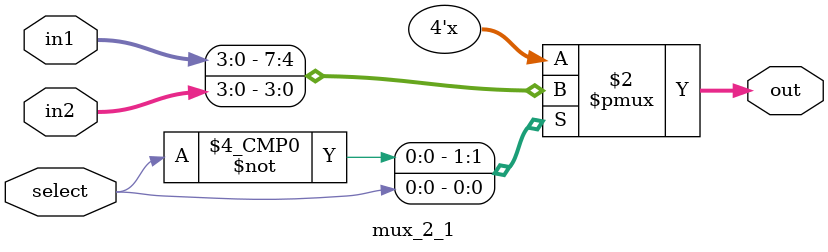
<source format=v>
module mux_2_1 #(parameter W=4)(select,in1,in2,out);
	input select;
	input [W-1:0] in1,in2;
	output reg [W-1:0] out;
	always @(in1 or in2 or select) begin
		case(select)
			1'b0: out <= in1;
			1'b1: out <= in2;
		endcase
	end
endmodule 
</source>
